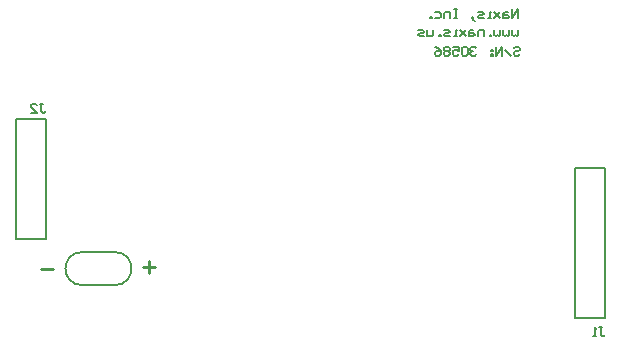
<source format=gbo>
G04 Layer_Color=32896*
%FSLAX25Y25*%
%MOIN*%
G70*
G01*
G75*
%ADD31C,0.01000*%
%ADD33C,0.00800*%
%ADD35C,0.00787*%
%ADD36C,0.00500*%
D31*
X12500Y45999D02*
X16499D01*
X46500Y46499D02*
X50499D01*
X48499Y48498D02*
Y44500D01*
D33*
X26000Y51500D02*
G03*
X26000Y40500I0J-5500D01*
G01*
X37000D02*
G03*
X37000Y51500I0J5500D01*
G01*
X26000Y40500D02*
X37500D01*
X26000Y51500D02*
X37500D01*
D35*
X4000Y96000D02*
X14000D01*
X4000Y56000D02*
Y96000D01*
X14000Y56000D02*
Y96000D01*
X4000Y56000D02*
X14000D01*
X190500Y29500D02*
X200500D01*
Y79500D01*
X190500Y29500D02*
Y79500D01*
X200500D01*
D36*
X12001Y100999D02*
X13000D01*
X12501D01*
Y98500D01*
X13000Y98000D01*
X13500D01*
X14000Y98500D01*
X9002Y98000D02*
X11001D01*
X9002Y99999D01*
Y100499D01*
X9501Y100999D01*
X10501D01*
X11001Y100499D01*
X198501Y26499D02*
X199500D01*
X199001D01*
Y24000D01*
X199500Y23500D01*
X200000D01*
X200500Y24000D01*
X197501Y23500D02*
X196501D01*
X197001D01*
Y26499D01*
X197501Y25999D01*
X170001Y119499D02*
X170501Y119999D01*
X171500D01*
X172000Y119499D01*
Y118999D01*
X171500Y118500D01*
X170501D01*
X170001Y118000D01*
Y117500D01*
X170501Y117000D01*
X171500D01*
X172000Y117500D01*
X169001Y117000D02*
X167002Y118999D01*
X166002Y117000D02*
Y119999D01*
X164003Y117000D01*
Y119999D01*
X163003Y118999D02*
X162503D01*
Y118500D01*
X163003D01*
Y118999D01*
Y117500D02*
X162503D01*
Y117000D01*
X163003D01*
Y117500D01*
X157505Y119499D02*
X157005Y119999D01*
X156005D01*
X155505Y119499D01*
Y118999D01*
X156005Y118500D01*
X156505D01*
X156005D01*
X155505Y118000D01*
Y117500D01*
X156005Y117000D01*
X157005D01*
X157505Y117500D01*
X154506Y119499D02*
X154006Y119999D01*
X153006D01*
X152506Y119499D01*
Y117500D01*
X153006Y117000D01*
X154006D01*
X154506Y117500D01*
Y119499D01*
X149507Y119999D02*
X151507D01*
Y118500D01*
X150507Y118999D01*
X150007D01*
X149507Y118500D01*
Y117500D01*
X150007Y117000D01*
X151007D01*
X151507Y117500D01*
X148508Y119499D02*
X148008Y119999D01*
X147008D01*
X146508Y119499D01*
Y118999D01*
X147008Y118500D01*
X146508Y118000D01*
Y117500D01*
X147008Y117000D01*
X148008D01*
X148508Y117500D01*
Y118000D01*
X148008Y118500D01*
X148508Y118999D01*
Y119499D01*
X148008Y118500D02*
X147008D01*
X143509Y119999D02*
X144509Y119499D01*
X145509Y118500D01*
Y117500D01*
X145009Y117000D01*
X144009D01*
X143509Y117500D01*
Y118000D01*
X144009Y118500D01*
X145509D01*
X171500Y125499D02*
Y124000D01*
X171000Y123500D01*
X170500Y124000D01*
X170001Y123500D01*
X169501Y124000D01*
Y125499D01*
X168501D02*
Y124000D01*
X168001Y123500D01*
X167501Y124000D01*
X167001Y123500D01*
X166502Y124000D01*
Y125499D01*
X165502D02*
Y124000D01*
X165002Y123500D01*
X164502Y124000D01*
X164002Y123500D01*
X163503Y124000D01*
Y125499D01*
X162503Y123500D02*
Y124000D01*
X162003D01*
Y123500D01*
X162503D01*
X160004D02*
Y125499D01*
X158504D01*
X158004Y124999D01*
Y123500D01*
X156505Y125499D02*
X155505D01*
X155005Y124999D01*
Y123500D01*
X156505D01*
X157005Y124000D01*
X156505Y124500D01*
X155005D01*
X154006Y125499D02*
X152006Y123500D01*
X153006Y124500D01*
X152006Y125499D01*
X154006Y123500D01*
X151007D02*
X150007D01*
X150507D01*
Y125499D01*
X151007D01*
X148507Y123500D02*
X147008D01*
X146508Y124000D01*
X147008Y124500D01*
X148008D01*
X148507Y124999D01*
X148008Y125499D01*
X146508D01*
X145508Y123500D02*
Y124000D01*
X145009D01*
Y123500D01*
X145508D01*
X143009Y125499D02*
Y124000D01*
X142509Y123500D01*
X141010D01*
Y125499D01*
X140010Y123500D02*
X138511D01*
X138011Y124000D01*
X138511Y124500D01*
X139510D01*
X140010Y124999D01*
X139510Y125499D01*
X138011D01*
X171500Y129500D02*
Y132499D01*
X169501Y129500D01*
Y132499D01*
X168001Y131499D02*
X167001D01*
X166502Y131000D01*
Y129500D01*
X168001D01*
X168501Y130000D01*
X168001Y130500D01*
X166502D01*
X165502Y131499D02*
X163503Y129500D01*
X164502Y130500D01*
X163503Y131499D01*
X165502Y129500D01*
X162503D02*
X161503D01*
X162003D01*
Y131499D01*
X162503D01*
X160004Y129500D02*
X158504D01*
X158004Y130000D01*
X158504Y130500D01*
X159504D01*
X160004Y131000D01*
X159504Y131499D01*
X158004D01*
X156505Y129000D02*
X156005Y129500D01*
Y130000D01*
X156505D01*
Y129500D01*
X156005D01*
X156505Y129000D01*
X157005Y128500D01*
X151007Y132499D02*
X150007D01*
X150507D01*
Y129500D01*
X151007D01*
X150007D01*
X148507D02*
Y131499D01*
X147008D01*
X146508Y131000D01*
Y129500D01*
X143509Y131499D02*
X145009D01*
X145508Y131000D01*
Y130000D01*
X145009Y129500D01*
X143509D01*
X142509D02*
Y130000D01*
X142009D01*
Y129500D01*
X142509D01*
M02*

</source>
